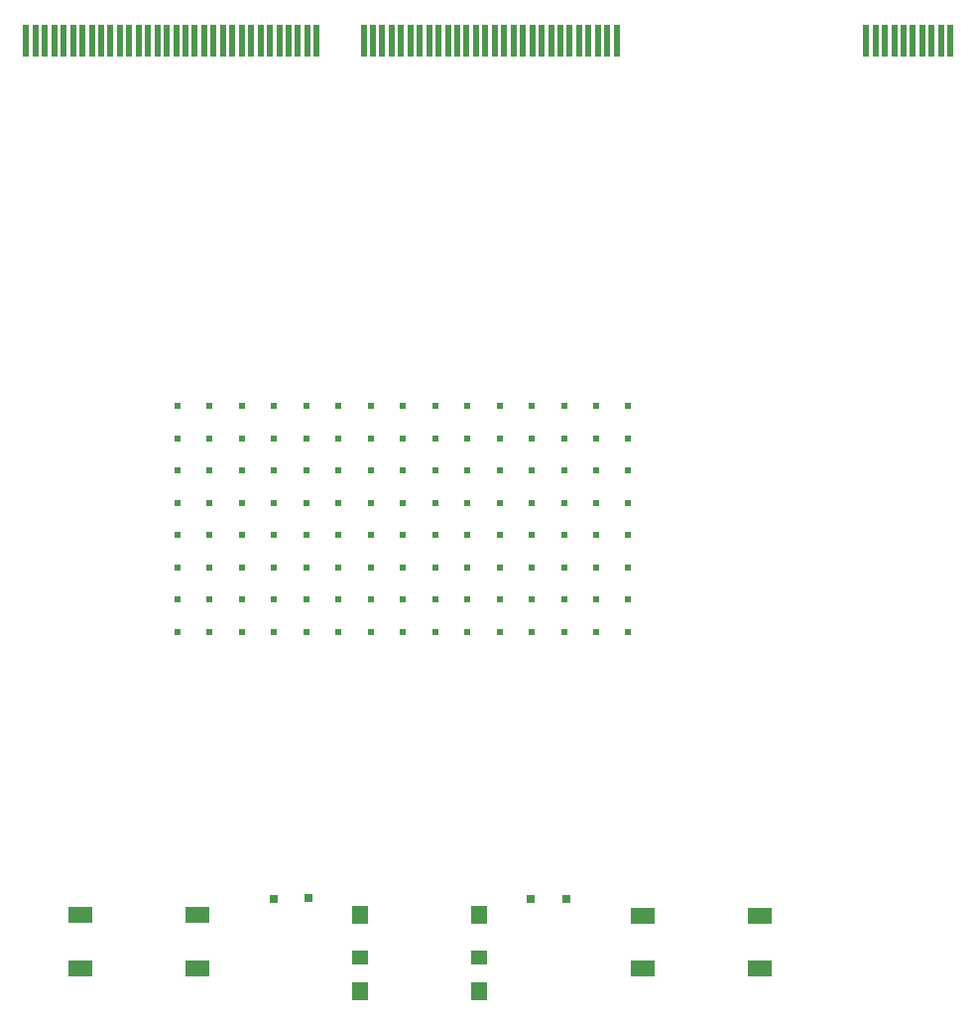
<source format=gbr>
G04 #@! TF.FileFunction,Paste,Top*
%FSLAX46Y46*%
G04 Gerber Fmt 4.6, Leading zero omitted, Abs format (unit mm)*
G04 Created by KiCad (PCBNEW 4.0.1-stable) date 11/11/2016 12:06:41 PM*
%MOMM*%
G01*
G04 APERTURE LIST*
%ADD10C,0.100000*%
%ADD11R,0.500000X2.800000*%
%ADD12R,1.400000X1.500000*%
%ADD13R,1.400000X1.300000*%
%ADD14R,0.700000X0.800000*%
%ADD15R,2.100000X1.400000*%
%ADD16C,0.604800*%
G04 APERTURE END LIST*
D10*
D11*
X114400000Y-58625000D03*
X115200000Y-58625000D03*
X116000000Y-58625000D03*
X116800000Y-58625000D03*
X100800000Y-58625000D03*
X101600000Y-58625000D03*
X100000000Y-58625000D03*
X99200000Y-58625000D03*
X91200000Y-58625000D03*
X95200000Y-58625000D03*
X97600000Y-58625000D03*
X98400000Y-58625000D03*
X96800000Y-58625000D03*
X96000000Y-58625000D03*
X113600000Y-58625000D03*
X112800000Y-58625000D03*
X112000000Y-58625000D03*
X108800000Y-58625000D03*
X109600000Y-58625000D03*
X111200000Y-58625000D03*
X110400000Y-58625000D03*
X104000000Y-58625000D03*
X104800000Y-58625000D03*
X103200000Y-58625000D03*
X102400000Y-58625000D03*
X105600000Y-58625000D03*
X106400000Y-58625000D03*
X108000000Y-58625000D03*
X107200000Y-58625000D03*
X84000000Y-58625000D03*
X84800000Y-58625000D03*
X83200000Y-58625000D03*
X82400000Y-58625000D03*
X79200000Y-58625000D03*
X80000000Y-58625000D03*
X81600000Y-58625000D03*
X80800000Y-58625000D03*
X87200000Y-58625000D03*
X88000000Y-58625000D03*
X86400000Y-58625000D03*
X85600000Y-58625000D03*
X88800000Y-58625000D03*
X89600000Y-58625000D03*
X90400000Y-58625000D03*
X72800000Y-58625000D03*
X73600000Y-58625000D03*
X75200000Y-58625000D03*
X74400000Y-58625000D03*
X68000000Y-58625000D03*
X68800000Y-58625000D03*
X67200000Y-58625000D03*
X66400000Y-58625000D03*
X69600000Y-58625000D03*
X70400000Y-58625000D03*
X72000000Y-58625000D03*
X71200000Y-58625000D03*
X76000000Y-58625000D03*
X76800000Y-58625000D03*
X78400000Y-58625000D03*
X77600000Y-58625000D03*
D12*
X94900000Y-133175000D03*
X105100000Y-133175000D03*
X94900000Y-139675000D03*
X105100000Y-139675000D03*
D13*
X94900000Y-136875000D03*
X105100000Y-136875000D03*
D14*
X109500000Y-131800000D03*
X112500000Y-131800000D03*
X87500000Y-131800000D03*
X90500000Y-131747000D03*
D15*
X119000000Y-137750000D03*
X119000000Y-133250000D03*
X129000000Y-137750000D03*
X129000000Y-133250000D03*
X81025000Y-133225000D03*
X81025000Y-137725000D03*
X71025000Y-133225000D03*
X71025000Y-137725000D03*
D16*
X79300000Y-109025000D03*
X79300000Y-106275000D03*
X79300000Y-103525000D03*
X79300000Y-100775000D03*
X79300000Y-98025000D03*
X79300000Y-95275000D03*
X79300000Y-92525000D03*
X79300000Y-89775000D03*
X82050000Y-109025000D03*
X82050000Y-106275000D03*
X82050000Y-103525000D03*
X82050000Y-100775000D03*
X82050000Y-98025000D03*
X82050000Y-95275000D03*
X82050000Y-92525000D03*
X82050000Y-89775000D03*
X84800000Y-109025000D03*
X84800000Y-106275000D03*
X84800000Y-103525000D03*
X84800000Y-100775000D03*
X84800000Y-98025000D03*
X84800000Y-95275000D03*
X84800000Y-92525000D03*
X84800000Y-89775000D03*
X87550000Y-109025000D03*
X87550000Y-106275000D03*
X87550000Y-103525000D03*
X87550000Y-100775000D03*
X87550000Y-98025000D03*
X87550000Y-95275000D03*
X87550000Y-92525000D03*
X87550000Y-89775000D03*
X90300000Y-109025000D03*
X90300000Y-106275000D03*
X90300000Y-103525000D03*
X90300000Y-100775000D03*
X90300000Y-98025000D03*
X90300000Y-95275000D03*
X90300000Y-92525000D03*
X90300000Y-89775000D03*
X93050000Y-109025000D03*
X93050000Y-106275000D03*
X93050000Y-103525000D03*
X93050000Y-100775000D03*
X93050000Y-98025000D03*
X93050000Y-95275000D03*
X93050000Y-92525000D03*
X93050000Y-89775000D03*
X95800000Y-109025000D03*
X95800000Y-106275000D03*
X95800000Y-103525000D03*
X95800000Y-100775000D03*
X95800000Y-98025000D03*
X95800000Y-95275000D03*
X95800000Y-92525000D03*
X95800000Y-89775000D03*
X98550000Y-109025000D03*
X98550000Y-106275000D03*
X98550000Y-103525000D03*
X98550000Y-100775000D03*
X98550000Y-98025000D03*
X98550000Y-95275000D03*
X98550000Y-92525000D03*
X98550000Y-89775000D03*
X101300000Y-109025000D03*
X101300000Y-106275000D03*
X101300000Y-103525000D03*
X101300000Y-100775000D03*
X101300000Y-98025000D03*
X101300000Y-95275000D03*
X101300000Y-92525000D03*
X101300000Y-89775000D03*
X104050000Y-109025000D03*
X104050000Y-106275000D03*
X104050000Y-103525000D03*
X104050000Y-100775000D03*
X104050000Y-98025000D03*
X104050000Y-95275000D03*
X104050000Y-92525000D03*
X104050000Y-89775000D03*
X106800000Y-109025000D03*
X106800000Y-106275000D03*
X106800000Y-103525000D03*
X106800000Y-100775000D03*
X106800000Y-98025000D03*
X106800000Y-95275000D03*
X106800000Y-92525000D03*
X106800000Y-89775000D03*
X109550000Y-109025000D03*
X109550000Y-106275000D03*
X109550000Y-103525000D03*
X109550000Y-100775000D03*
X109550000Y-98025000D03*
X109550000Y-95275000D03*
X109550000Y-92525000D03*
X109550000Y-89775000D03*
X112300000Y-109025000D03*
X112300000Y-106275000D03*
X112300000Y-103525000D03*
X112300000Y-100775000D03*
X112300000Y-98025000D03*
X112300000Y-95275000D03*
X112300000Y-92525000D03*
X112300000Y-89775000D03*
X115050000Y-109025000D03*
X115050000Y-106275000D03*
X115050000Y-103525000D03*
X115050000Y-100775000D03*
X115050000Y-98025000D03*
X115050000Y-95275000D03*
X115050000Y-92525000D03*
X115050000Y-89775000D03*
X117800000Y-109025000D03*
X117800000Y-106275000D03*
X117800000Y-103525000D03*
X117800000Y-100775000D03*
X117800000Y-98025000D03*
X117800000Y-95275000D03*
X117800000Y-92525000D03*
X117800000Y-89775000D03*
D11*
X144500000Y-58625000D03*
X145300000Y-58625000D03*
X139700000Y-58625000D03*
X140500000Y-58625000D03*
X138900000Y-58625000D03*
X138100000Y-58625000D03*
X141300000Y-58625000D03*
X142100000Y-58625000D03*
X143700000Y-58625000D03*
X142900000Y-58625000D03*
M02*

</source>
